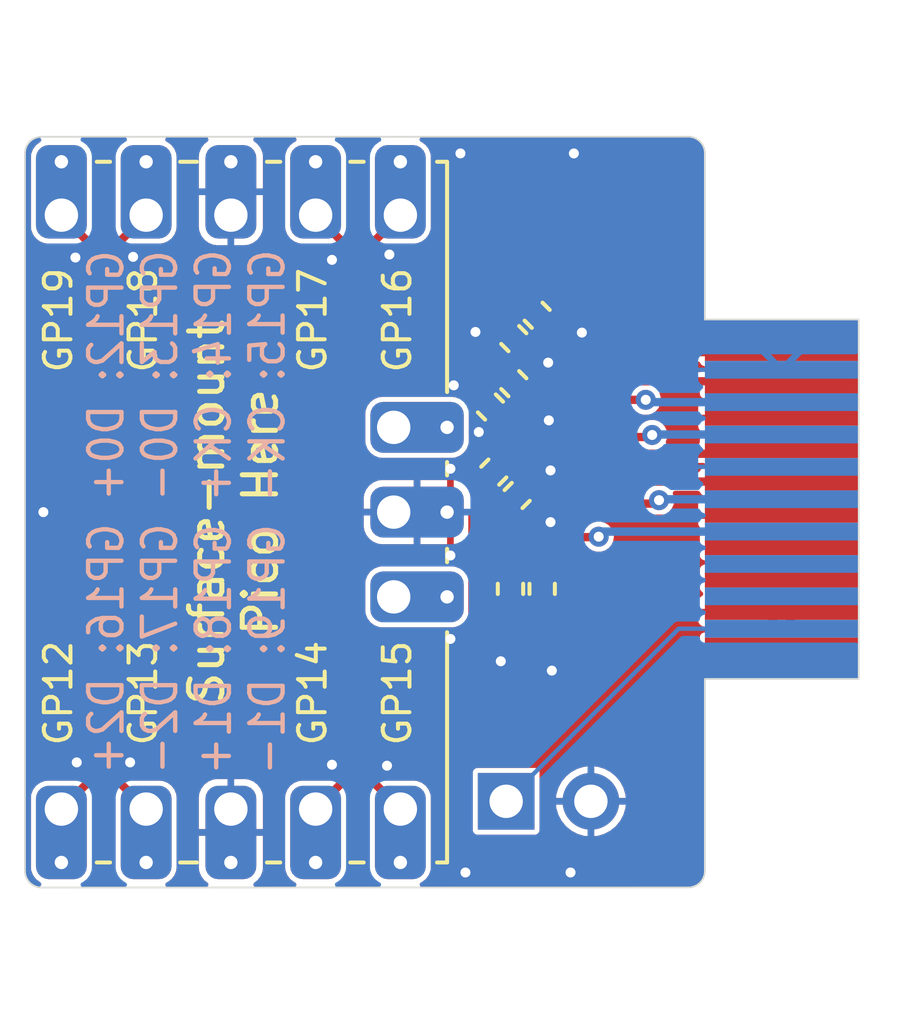
<source format=kicad_pcb>
(kicad_pcb (version 20221018) (generator pcbnew)
  (layers (0 "F.Cu" signal) (31 "B.Cu" signal) (34 "B.Paste" user) (35 "F.Paste" user) (36 "B.SilkS" user "B.Silkscreen") (37 "F.SilkS" user "F.Silkscreen") (38 "B.Mask" user) (39 "F.Mask" user) (44 "Edge.Cuts" user))
  (net 0 "")
  (net 1 "/PICO_CK-")
  (net 2 "/PICO_CK+")
  (net 3 "GND")
  (net 4 "/PICO_D0-")
  (net 5 "/PICO_D0+")
  (net 6 "/PICO_D1-")
  (net 7 "/PICO_D1+")
  (net 8 "/PICO_D2-")
  (net 9 "/PICO_D2+")
  (net 12 "/D2+")
  (net 13 "/D2-")
  (net 14 "/D1+")
  (net 15 "/D1-")
  (net 16 "/D0+")
  (net 17 "/D0-")
  (net 18 "/CK+")
  (net 19 "/CK-")
  (net 20 "+5V")
  (footprint "Resistor_SMD:R_0402_1005Metric" (layer "F.Cu") (at 156.4 79.8 -45)
    (fp_text reference "R2" hide)
    (fp_text value "270")
    (fp_line (start -0.153641 -0.38) (end 0.153641 -0.38) (stroke (width 0.12)) (layer "F.SilkS"))
    (fp_line (start -0.153641 0.38) (end 0.153641 0.38) (stroke (width 0.12)) (layer "F.SilkS"))
    (pad "1" smd roundrect (at -0.51 0 315) (size 0.54 0.64) (layers "F.Cu" "F.Paste" "F.Mask") (net 8 "/PICO_D2-"))
    (pad "2" smd roundrect (at 0.51 0 315) (size 0.54 0.64) (layers "F.Cu" "F.Paste" "F.Mask") (net 13 "/D2-"))
  )
  (footprint "dvi-sock:PinHeader_1x02_P2.54mm_Vertical_nosilk" (layer "F.Cu") (at 156.170212 93.667214 90)
    (fp_text reference "J5" hide)
    (fp_text value "2.54mm_2p_nofit")
    (pad "1" thru_hole rect (at 0 0 90) (size 1.7 1.7) (drill 1) (layers "*.Cu" "*.Mask") (net 20 "+5V"))
    (pad "2" thru_hole oval (at 0 2.54 90) (size 1.7 1.7) (drill 1) (layers "*.Cu" "*.Mask") (net 3 "GND"))
  )
  (footprint "hdmiFemale:hdmiFemale" (layer "F.Cu") (at 164.426455 79.229222 -90)
    (fp_text reference "U1" hide)
    (fp_text value "~")
    (pad "1 TMDS Channel 2+" smd rect (at 0.975 0 270) (size 0.53 4.6) (layers "F.Cu" "F.Paste" "F.Mask") (net 12 "/D2+"))
    (pad "2 TMDS Channel 2 GND" smd rect (at 1.505 0 270) (size 0.53 4.6) (layers "B.Cu" "B.Paste" "B.Mask") (net 3 "GND"))
    (pad "3 TMDS Channel 2-" smd rect (at 1.945 0 270) (size 0.53 4.6) (layers "F.Cu" "F.Paste" "F.Mask") (net 13 "/D2-"))
    (pad "4 TMDS Channel 1+" smd rect (at 2.475 0 270) (size 0.53 4.6) (layers "B.Cu" "B.Paste" "B.Mask") (net 14 "/D1+"))
    (pad "5 TMDS Channel 1 GND" smd rect (at 2.915 0 270) (size 0.53 4.6) (layers "F.Cu" "F.Paste" "F.Mask") (net 3 "GND"))
    (pad "6 TMDS Channel 1 -" smd rect (at 3.445 0 270) (size 0.53 4.6) (layers "B.Cu" "B.Paste" "B.Mask") (net 15 "/D1-"))
    (pad "7 TMDS Channel 0+" smd rect (at 3.885 0 270) (size 0.53 4.6) (layers "F.Cu" "F.Paste" "F.Mask") (net 16 "/D0+"))
    (pad "8 TMDS Channel 0 GND" smd rect (at 4.415 0 270) (size 0.53 4.6) (layers "B.Cu" "B.Paste" "B.Mask") (net 3 "GND"))
    (pad "9 TMDS Channel 0-" smd rect (at 4.855 0 270) (size 0.53 4.6) (layers "F.Cu" "F.Paste" "F.Mask") (net 17 "/D0-"))
    (pad "10 TMDS CLK+" smd rect (at 5.385 0 270) (size 0.53 4.6) (layers "B.Cu" "B.Paste" "B.Mask") (net 18 "/CK+"))
    (pad "11 TMDS CLK GND" smd rect (at 5.825 0 270) (size 0.53 4.6) (layers "F.Cu" "F.Paste" "F.Mask") (net 3 "GND"))
    (pad "12 TMDS CLK-" smd rect (at 6.355 0 270) (size 0.53 4.6) (layers "B.Cu" "B.Paste" "B.Mask") (net 19 "/CK-"))
    (pad "13 CEC" smd rect (at 6.795 0 270) (size 0.53 4.6) (layers "F.Cu" "F.Paste" "F.Mask"))
    (pad "14 HEAC-" smd rect (at 7.325 0 270) (size 0.53 4.6) (layers "B.Cu" "B.Paste" "B.Mask"))
    (pad "15 DDC" smd rect (at 7.765 0 270) (size 0.53 4.6) (layers "F.Cu" "F.Paste" "F.Mask"))
    (pad "16 DDC" smd rect (at 8.295 0 270) (size 0.53 4.6) (layers "B.Cu" "B.Paste" "B.Mask"))
    (pad "17 DDC/CEC GND" smd rect (at 8.735 0 270) (size 0.53 4.6) (layers "F.Cu" "F.Paste" "F.Mask") (net 3 "GND"))
    (pad "18 +5V PWR" smd rect (at 9.265 0 270) (size 0.53 4.6) (layers "B.Cu" "B.Paste" "B.Mask") (net 20 "+5V"))
    (pad "19 HEAC+" smd rect (at 9.795 0 270) (size 0.53 4.6) (layers "F.Cu" "F.Paste" "F.Mask"))
  )
  (footprint "dvi-sock:castellated_2.54mm_smd_x5" (layer "F.Cu") (at 147.92 93.9)
    (fp_text reference "J1" hide)
    (fp_text value "Conn_01x05")
    (pad "1" thru_hole roundrect (at -5.08 0) (size 1.524 2.8) (drill 1 (offset 0 0.7)) (layers "*.Cu" "*.Mask") (net 5 "/PICO_D0+"))
    (pad "1" thru_hole circle (at -5.08 1.6) (size 0.7 0.7) (drill 0.4) (layers "*.Cu" "*.Mask") (net 5 "/PICO_D0+"))
    (pad "2" thru_hole roundrect (at -2.54 0) (size 1.524 2.8) (drill 1 (offset 0 0.7)) (layers "*.Cu" "*.Mask") (net 4 "/PICO_D0-"))
    (pad "2" thru_hole circle (at -2.54 1.6) (size 0.7 0.7) (drill 0.4) (layers "*.Cu" "*.Mask") (net 4 "/PICO_D0-"))
    (pad "3" thru_hole roundrect (at 0 0) (size 1.524 2.8) (drill 1 (offset 0 0.7)) (layers "*.Cu" "*.Mask") (net 3 "GND"))
    (pad "3" thru_hole circle (at 0 1.6) (size 0.7 0.7) (drill 0.4) (layers "*.Cu" "*.Mask") (net 3 "GND"))
    (pad "4" thru_hole roundrect (at 2.54 0) (size 1.524 2.8) (drill 1 (offset 0 0.7)) (layers "*.Cu" "*.Mask") (net 2 "/PICO_CK+"))
    (pad "4" thru_hole circle (at 2.54 1.6) (size 0.7 0.7) (drill 0.4) (layers "*.Cu" "*.Mask") (net 2 "/PICO_CK+"))
    (pad "5" thru_hole roundrect (at 5.08 0) (size 1.524 2.8) (drill 1 (offset 0 0.7)) (layers "*.Cu" "*.Mask") (net 1 "/PICO_CK-"))
    (pad "5" thru_hole circle (at 5.08 1.6) (size 0.7 0.7) (drill 0.4) (layers "*.Cu" "*.Mask") (net 1 "/PICO_CK-"))
  )
  (footprint "Resistor_SMD:R_0402_1005Metric" (layer "F.Cu") (at 157.25 87.3 90)
    (fp_text reference "R8" hide)
    (fp_text value "270")
    (fp_line (start -0.153641 -0.38) (end 0.153641 -0.38) (stroke (width 0.12)) (layer "F.SilkS"))
    (fp_line (start -0.153641 0.38) (end 0.153641 0.38) (stroke (width 0.12)) (layer "F.SilkS"))
    (pad "1" smd roundrect (at -0.51 0 90) (size 0.54 0.64) (layers "F.Cu" "F.Paste" "F.Mask") (net 1 "/PICO_CK-"))
    (pad "2" smd roundrect (at 0.51 0 90) (size 0.54 0.64) (layers "F.Cu" "F.Paste" "F.Mask") (net 19 "/CK-"))
  )
  (footprint "Resistor_SMD:R_0402_1005Metric" (layer "F.Cu") (at 156.5 84.5 45)
    (fp_text reference "R6" hide)
    (fp_text value "270")
    (fp_line (start -0.153641 -0.38) (end 0.153641 -0.38) (stroke (width 0.12)) (layer "F.SilkS"))
    (fp_line (start -0.153641 0.38) (end 0.153641 0.38) (stroke (width 0.12)) (layer "F.SilkS"))
    (pad "1" smd roundrect (at -0.51 0 45) (size 0.54 0.64) (layers "F.Cu" "F.Paste" "F.Mask") (net 4 "/PICO_D0-"))
    (pad "2" smd roundrect (at 0.51 0 45) (size 0.54 0.64) (layers "F.Cu" "F.Paste" "F.Mask") (net 17 "/D0-"))
  )
  (footprint "Resistor_SMD:R_0402_1005Metric" (layer "F.Cu") (at 157.1 79.1 -45)
    (fp_text reference "R1" hide)
    (fp_text value "270")
    (fp_line (start -0.153641 -0.38) (end 0.153641 -0.38) (stroke (width 0.12)) (layer "F.SilkS"))
    (fp_line (start -0.153641 0.38) (end 0.153641 0.38) (stroke (width 0.12)) (layer "F.SilkS"))
    (pad "1" smd roundrect (at -0.51 0 315) (size 0.54 0.64) (layers "F.Cu" "F.Paste" "F.Mask") (net 9 "/PICO_D2+"))
    (pad "2" smd roundrect (at 0.51 0 315) (size 0.54 0.64) (layers "F.Cu" "F.Paste" "F.Mask") (net 12 "/D2+"))
  )
  (footprint "Resistor_SMD:R_0402_1005Metric" (layer "F.Cu") (at 156.3 87.3 90)
    (fp_text reference "R7" hide)
    (fp_text value "270")
    (fp_line (start -0.153641 -0.38) (end 0.153641 -0.38) (stroke (width 0.12)) (layer "F.SilkS"))
    (fp_line (start -0.153641 0.38) (end 0.153641 0.38) (stroke (width 0.12)) (layer "F.SilkS"))
    (pad "1" smd roundrect (at -0.51 0 90) (size 0.54 0.64) (layers "F.Cu" "F.Paste" "F.Mask") (net 2 "/PICO_CK+"))
    (pad "2" smd roundrect (at 0.51 0 90) (size 0.54 0.64) (layers "F.Cu" "F.Paste" "F.Mask") (net 18 "/CK+"))
  )
  (footprint "Resistor_SMD:R_0402_1005Metric" (layer "F.Cu") (at 156.4 81.15 -45)
    (fp_text reference "R3" hide)
    (fp_text value "270")
    (fp_line (start -0.153641 -0.38) (end 0.153641 -0.38) (stroke (width 0.12)) (layer "F.SilkS"))
    (fp_line (start -0.153641 0.38) (end 0.153641 0.38) (stroke (width 0.12)) (layer "F.SilkS"))
    (pad "1" smd roundrect (at -0.51 0 315) (size 0.54 0.64) (layers "F.Cu" "F.Paste" "F.Mask") (net 7 "/PICO_D1+"))
    (pad "2" smd roundrect (at 0.51 0 315) (size 0.54 0.64) (layers "F.Cu" "F.Paste" "F.Mask") (net 14 "/D1+"))
  )
  (footprint "dvi-sock:castellated_2.54mm_smd_x5" (layer "F.Cu") (at 147.92 76.1 180)
    (fp_text reference "J2" hide)
    (fp_text value "Conn_01x05")
    (pad "1" thru_hole roundrect (at -5.08 0 180) (size 1.524 2.8) (drill 1 (offset 0 0.7)) (layers "*.Cu" "*.Mask") (net 9 "/PICO_D2+"))
    (pad "1" thru_hole circle (at -5.08 1.6 180) (size 0.7 0.7) (drill 0.4) (layers "*.Cu" "*.Mask") (net 9 "/PICO_D2+"))
    (pad "2" thru_hole roundrect (at -2.54 0 180) (size 1.524 2.8) (drill 1 (offset 0 0.7)) (layers "*.Cu" "*.Mask") (net 8 "/PICO_D2-"))
    (pad "2" thru_hole circle (at -2.54 1.6 180) (size 0.7 0.7) (drill 0.4) (layers "*.Cu" "*.Mask") (net 8 "/PICO_D2-"))
    (pad "3" thru_hole roundrect (at 0 0 180) (size 1.524 2.8) (drill 1 (offset 0 0.7)) (layers "*.Cu" "*.Mask") (net 3 "GND"))
    (pad "3" thru_hole circle (at 0 1.6 180) (size 0.7 0.7) (drill 0.4) (layers "*.Cu" "*.Mask") (net 3 "GND"))
    (pad "4" thru_hole roundrect (at 2.54 0 180) (size 1.524 2.8) (drill 1 (offset 0 0.7)) (layers "*.Cu" "*.Mask") (net 7 "/PICO_D1+"))
    (pad "4" thru_hole circle (at 2.54 1.6 180) (size 0.7 0.7) (drill 0.4) (layers "*.Cu" "*.Mask") (net 7 "/PICO_D1+"))
    (pad "5" thru_hole roundrect (at 5.08 0 180) (size 1.524 2.8) (drill 1 (offset 0 0.7)) (layers "*.Cu" "*.Mask") (net 6 "/PICO_D1-"))
    (pad "5" thru_hole circle (at 5.08 1.6 180) (size 0.7 0.7) (drill 0.4) (layers "*.Cu" "*.Mask") (net 6 "/PICO_D1-"))
  )
  (footprint "dvi-sock:castellated_2.54mm_smd_x3" (layer "F.Cu") (at 152.8 85 90)
    (fp_text reference "J3" hide)
    (fp_text value "Conn_01x03")
    (pad "1" thru_hole roundrect (at -2.54 0 90) (size 1.524 2.8) (drill 1 (offset 0 0.7)) (layers "*.Cu" "*.Mask"))
    (pad "1" thru_hole circle (at -2.54 1.6 90) (size 0.7 0.7) (drill 0.4) (layers "*.Cu" "*.Mask"))
    (pad "2" thru_hole roundrect (at 0 0 90) (size 1.524 2.8) (drill 1 (offset 0 0.7)) (layers "*.Cu" "*.Mask") (net 3 "GND"))
    (pad "2" thru_hole circle (at 0 1.6 90) (size 0.7 0.7) (drill 0.4) (layers "*.Cu" "*.Mask") (net 3 "GND"))
    (pad "3" thru_hole roundrect (at 2.54 0 90) (size 1.524 2.8) (drill 1 (offset 0 0.7)) (layers "*.Cu" "*.Mask"))
    (pad "3" thru_hole circle (at 2.54 1.6 90) (size 0.7 0.7) (drill 0.4) (layers "*.Cu" "*.Mask"))
  )
  (footprint "Resistor_SMD:R_0402_1005Metric" (layer "F.Cu") (at 155.8 83.8 45)
    (fp_text reference "R5" hide)
    (fp_text value "270")
    (fp_line (start -0.153641 -0.38) (end 0.153641 -0.38) (stroke (width 0.12)) (layer "F.SilkS"))
    (fp_line (start -0.153641 0.38) (end 0.153641 0.38) (stroke (width 0.12)) (layer "F.SilkS"))
    (pad "1" smd roundrect (at -0.51 0 45) (size 0.54 0.64) (layers "F.Cu" "F.Paste" "F.Mask") (net 5 "/PICO_D0+"))
    (pad "2" smd roundrect (at 0.51 0 45) (size 0.54 0.64) (layers "F.Cu" "F.Paste" "F.Mask") (net 16 "/D0+"))
  )
  (footprint "Resistor_SMD:R_0402_1005Metric" (layer "F.Cu") (at 155.7 81.85 -45)
    (fp_text reference "R4" hide)
    (fp_text value "270")
    (fp_line (start -0.153641 -0.38) (end 0.153641 -0.38) (stroke (width 0.12)) (layer "F.SilkS"))
    (fp_line (start -0.153641 0.38) (end 0.153641 0.38) (stroke (width 0.12)) (layer "F.SilkS"))
    (pad "1" smd roundrect (at -0.51 0 315) (size 0.54 0.64) (layers "F.Cu" "F.Paste" "F.Mask") (net 6 "/PICO_D1-"))
    (pad "2" smd roundrect (at 0.51 0 315) (size 0.54 0.64) (layers "F.Cu" "F.Paste" "F.Mask") (net 15 "/D1-"))
  )
  (gr_line (start 149 95.5) (end 149.4 95.5) (stroke (width 0.12)) (layer "F.SilkS"))
  (gr_line (start 154.4 74.5) (end 154.1 74.5) (stroke (width 0.12)) (layer "F.SilkS"))
  (gr_line (start 151.5 95.5) (end 151.9 95.5) (stroke (width 0.12)) (layer "F.SilkS"))
  (gr_line (start 154.4 81.4) (end 154.4 74.5) (stroke (width 0.12)) (layer "F.SilkS"))
  (gr_line (start 143.9 95.5) (end 144.3 95.5) (stroke (width 0.12)) (layer "F.SilkS"))
  (gr_line (start 144.3 74.5) (end 143.9 74.5) (stroke (width 0.12)) (layer "F.SilkS"))
  (gr_line (start 154.4 86.1) (end 154.4 86.5) (stroke (width 0.12)) (layer "F.SilkS"))
  (gr_line (start 151.9 74.5) (end 151.5 74.5) (stroke (width 0.12)) (layer "F.SilkS"))
  (gr_line (start 154.4 88.6) (end 154.4 95.5) (stroke (width 0.12)) (layer "F.SilkS"))
  (gr_line (start 146.9 74.5) (end 146.4 74.5) (stroke (width 0.12)) (layer "F.SilkS"))
  (gr_line (start 149.4 74.5) (end 149 74.5) (stroke (width 0.12)) (layer "F.SilkS"))
  (gr_line (start 154.4 83.5) (end 154.4 83.9) (stroke (width 0.12)) (layer "F.SilkS"))
  (gr_line (start 154.4 95.5) (end 154.1 95.5) (stroke (width 0.12)) (layer "F.SilkS"))
  (gr_line (start 146.4 95.5) (end 146.9 95.5) (stroke (width 0.12)) (layer "F.SilkS"))
  (gr_arc (start 142.25 96.25) (mid 141.896447 96.103553) (end 141.75 95.75) (stroke (width 0.05)) (layer "Edge.Cuts"))
  (gr_line (start 161.629358 96.246988) (end 142.25 96.25) (stroke (width 0.05)) (layer "Edge.Cuts"))
  (gr_line (start 162.126 89.9992) (end 162.126 95.75) (stroke (width 0.05)) (layer "Edge.Cuts"))
  (gr_line (start 142.25 73.75) (end 161.601 73.750001) (stroke (width 0.05)) (layer "Edge.Cuts"))
  (gr_arc (start 161.601 73.750001) (mid 161.970653 73.887063) (end 162.126 74.249412) (stroke (width 0.05)) (layer "Edge.Cuts"))
  (gr_line (start 162.126 79.2292) (end 166.7365 79.2292) (stroke (width 0.05)) (layer "Edge.Cuts"))
  (gr_arc (start 162.126 95.75) (mid 161.980659 96.101403) (end 161.629358 96.246988) (stroke (width 0.05)) (layer "Edge.Cuts"))
  (gr_line (start 141.75 95.75) (end 141.75 74.25) (stroke (width 0.05)) (layer "Edge.Cuts"))
  (gr_line (start 162.126 74.248588) (end 162.126 79.2292) (stroke (width 0.05)) (layer "Edge.Cuts"))
  (gr_line (start 166.7365 79.2292) (end 166.7365 89.9992) (stroke (width 0.05)) (layer "Edge.Cuts"))
  (gr_line (start 162.126 89.9992) (end 166.7365 89.9992) (stroke (width 0.05)) (layer "Edge.Cuts"))
  (gr_arc (start 141.75 74.25) (mid 141.896447 73.896447) (end 142.25 73.75) (stroke (width 0.05)) (layer "Edge.Cuts"))
  (gr_text "GP12: D0+ GP16: D2+\nGP13: D0- GP17: D2-\nGP14: CK+ GP18: D1+\nGP15: CK- GP19: D1-" (at 146.6 85 90) (layer "B.SilkS") (effects (font (size 1 0.9) (thickness 0.13)) (justify mirror)))
  (gr_text "GP17" (at 150.368 79.248 90) (layer "F.SilkS") (effects (font (size 0.8 0.8) (thickness 0.12))))
  (gr_text "GP16" (at 152.908 79.248 90) (layer "F.SilkS") (effects (font (size 0.8 0.8) (thickness 0.12))))
  (gr_text "GP19" (at 142.748 79.248 90) (layer "F.SilkS") (effects (font (size 0.8 0.8) (thickness 0.12))))
  (gr_text "GP15" (at 152.908 90.424 90) (layer "F.SilkS") (effects (font (size 0.8 0.8) (thickness 0.12))))
  (gr_text "Surface-mount\nPico Here" (at 148 85 90) (layer "F.SilkS") (effects (font (size 1 1))))
  (gr_text "GP13" (at 145.288 90.424 90) (layer "F.SilkS") (effects (font (size 0.8 0.8) (thickness 0.12))))
  (gr_text "GP14" (at 150.368 90.424 90) (layer "F.SilkS") (effects (font (size 0.8 0.8) (thickness 0.12))))
  (gr_text "GP12" (at 142.748 90.424 90) (layer "F.SilkS") (effects (font (size 0.8 0.8) (thickness 0.12))))
  (gr_text "GP18" (at 145.288 79.248 90) (layer "F.SilkS") (effects (font (size 0.8 0.8) (thickness 0.12))))
  (segment (start 153 93.9) (end 151.92 92.82) (width 0.25) (layer "F.Cu") (net 1))
  (segment (start 151.92 92.348702) (end 152.378702 91.89) (width 0.25) (layer "F.Cu") (net 1))
  (segment (start 151.92 92.82) (end 151.92 92.348702) (width 0.25) (layer "F.Cu") (net 1))
  (segment (start 155.178702 91.89) (end 156.965 90.103702) (width 0.25) (layer "F.Cu") (net 1))
  (segment (start 156.965 90.103702) (end 156.965 88.095) (width 0.25) (layer "F.Cu") (net 1))
  (segment (start 153 93.9) (end 153.168702 93.9) (width 0.25) (layer "F.Cu") (net 1))
  (segment (start 152.378702 91.89) (end 155.178702 91.89) (width 0.25) (layer "F.Cu") (net 1))
  (segment (start 156.965 88.095) (end 157.25 87.81) (width 0.25) (layer "F.Cu") (net 1))
  (segment (start 150.46 93.9) (end 151.54 92.82) (width 0.25) (layer "F.Cu") (net 2))
  (segment (start 155.021298 91.51) (end 156.585 89.946298) (width 0.25) (layer "F.Cu") (net 2))
  (segment (start 151.54 92.191298) (end 152.221298 91.51) (width 0.25) (layer "F.Cu") (net 2))
  (segment (start 156.585 89.946298) (end 156.585 88.095) (width 0.25) (layer "F.Cu") (net 2))
  (segment (start 151.54 92.82) (end 151.54 92.191298) (width 0.25) (layer "F.Cu") (net 2))
  (segment (start 156.585 88.095) (end 156.3 87.81) (width 0.25) (layer "F.Cu") (net 2))
  (segment (start 152.221298 91.51) (end 155.021298 91.51) (width 0.25) (layer "F.Cu") (net 2))
  (segment (start 154.4 85) (end 154.5 85.1) (width 0.13) (layer "F.Cu") (net 3))
  (segment (start 159.325778 87.964222) (end 157.54 89.75) (width 0.13) (layer "F.Cu") (net 3))
  (segment (start 164.426455 87.964222) (end 159.325778 87.964222) (width 0.13) (layer "F.Cu") (net 3))
  (segment (start 154.4 85) (end 154.5 84.9) (width 0.13) (layer "F.Cu") (net 3))
  (segment (start 157.662939 85.137061) (end 157.5 85.3) (width 0.13) (layer "F.Cu") (net 3))
  (segment (start 147.92 76.1) (end 147.92 77.18) (width 0.13) (layer "F.Cu") (net 3))
  (segment (start 147.92 93.9) (end 147.92 92.87) (width 0.13) (layer "F.Cu") (net 3))
  (segment (start 157.555778 82.144222) (end 157.45 82.25) (width 0.13) (layer "F.Cu") (net 3))
  (segment (start 154.5 85.1) (end 154.5 86.3) (width 0.2) (layer "F.Cu") (net 3))
  (segment (start 164.426455 82.144222) (end 157.555778 82.144222) (width 0.13) (layer "F.Cu") (net 3))
  (segment (start 154.5 84.9) (end 154.5 83.7) (width 0.2) (layer "F.Cu") (net 3))
  (segment (start 164.426455 85.054222) (end 164.343616 85.137061) (width 0.13) (layer "F.Cu") (net 3))
  (segment (start 164.343616 85.137061) (end 157.662939 85.137061) (width 0.13) (layer "F.Cu") (net 3))
  (via (at 155.35 82.6) (size 0.6) (drill 0.3) (layers "F.Cu" "B.Cu") (net 3))
  (via (at 143.26 77.37) (size 0.6) (drill 0.3) (layers "F.Cu" "B.Cu") (net 3))
  (via (at 156.01 89.47) (size 0.6) (drill 0.3) (layers "F.Cu" "B.Cu") (net 3))
  (via (at 158.44 79.62) (size 0.6) (drill 0.3) (layers "F.Cu" "B.Cu") (net 3))
  (via (at 154.5 86.3) (size 0.6) (drill 0.3) (layers "F.Cu" "B.Cu") (net 3))
  (via (at 150.95 92.57) (size 0.6) (drill 0.3) (layers "F.Cu" "B.Cu") (net 3))
  (via (at 157.43 80.52) (size 0.6) (drill 0.3) (layers "F.Cu" "B.Cu") (net 3))
  (via (at 157.54 89.75) (size 0.6) (drill 0.3) (layers "F.Cu" "B.Cu") (net 3))
  (via (at 157.45 82.25) (size 0.6) (drill 0.3) (layers "F.Cu" "B.Cu") (net 3))
  (via (at 154.8 74.25) (size 0.6) (drill 0.3) (layers "F.Cu" "B.Cu") (net 3))
  (via (at 152.6 92.6) (size 0.6) (drill 0.3) (layers "F.Cu" "B.Cu") (net 3))
  (via (at 157.5 83.75) (size 0.6) (drill 0.3) (layers "F.Cu" "B.Cu") (net 3))
  (via (at 154.6 81.2) (size 0.6) (drill 0.3) (layers "F.Cu" "B.Cu") (net 3))
  (via (at 143.3 92.5) (size 0.6) (drill 0.3) (layers "F.Cu" "B.Cu") (net 3))
  (via (at 142.3 85) (size 0.6) (drill 0.3) (layers "F.Cu" "B.Cu") (net 3))
  (via (at 154.95 95.8) (size 0.6) (drill 0.3) (layers "F.Cu" "B.Cu") (net 3))
  (via (at 144.9 92.5) (size 0.6) (drill 0.3) (layers "F.Cu" "B.Cu") (net 3))
  (via (at 152.67 77.28) (size 0.6) (drill 0.3) (layers "F.Cu" "B.Cu") (net 3))
  (via (at 155.25 79.6) (size 0.6) (drill 0.3) (layers "F.Cu" "B.Cu") (net 3))
  (via (at 158.2 74.25) (size 0.6) (drill 0.3) (layers "F.Cu" "B.Cu") (net 3))
  (via (at 154.5 83.7) (size 0.6) (drill 0.3) (layers "F.Cu" "B.Cu") (net 3))
  (via (at 157.5 85.3) (size 0.6) (drill 0.3) (layers "F.Cu" "B.Cu") (net 3))
  (via (at 154.5 88.8) (size 0.6) (drill 0.3) (layers "F.Cu" "B.Cu") (net 3))
  (via (at 158.1 95.8) (size 0.6) (drill 0.3) (layers "F.Cu" "B.Cu") (net 3))
  (via (at 144.99 77.35) (size 0.6) (drill 0.3) (layers "F.Cu" "B.Cu") (net 3))
  (via (at 150.95 77.44) (size 0.6) (drill 0.3) (layers "F.Cu" "B.Cu") (net 3))
  (segment (start 164.426455 83.644222) (end 157.605778 83.644222) (width 0.13) (layer "B.Cu") (net 3))
  (segment (start 157.605778 83.644222) (end 157.5 83.75) (width 0.13) (layer "B.Cu") (net 3))
  (segment (start 157.644222 80.734222) (end 157.43 80.52) (width 0.13) (layer "B.Cu") (net 3))
  (segment (start 164.426455 80.734222) (end 157.644222 80.734222) (width 0.13) (layer "B.Cu") (net 3))
  (segment (start 155.54 89.128702) (end 155.54 85.21) (width 0.25) (layer "F.Cu") (net 4))
  (segment (start 154.178702 90.49) (end 155.54 89.128702) (width 0.25) (layer "F.Cu") (net 4))
  (segment (start 155.889376 84.860624) (end 156.139376 84.860624) (width 0.25) (layer "F.Cu") (net 4))
  (segment (start 144.3 92.068702) (end 145.878702 90.49) (width 0.25) (layer "F.Cu") (net 4))
  (segment (start 145.878702 90.49) (end 154.178702 90.49) (width 0.25) (layer "F.Cu") (net 4))
  (segment (start 145.38 93.9) (end 144.3 92.82) (width 0.25) (layer "F.Cu") (net 4))
  (segment (start 144.3 92.82) (end 144.3 92.068702) (width 0.25) (layer "F.Cu") (net 4))
  (segment (start 155.54 85.21) (end 155.889376 84.860624) (width 0.25) (layer "F.Cu") (net 4))
  (segment (start 143.92 92.82) (end 143.92 91.911298) (width 0.25) (layer "F.Cu") (net 5))
  (segment (start 155.5 84.71257) (end 155.5 84.221248) (width 0.25) (layer "F.Cu") (net 5))
  (segment (start 155.5 84.221248) (end 155.439376 84.160624) (width 0.25) (layer "F.Cu") (net 5))
  (segment (start 155.15998 88.971318) (end 155.15998 85.05259) (width 0.25) (layer "F.Cu") (net 5))
  (segment (start 143.92 91.911298) (end 145.721298 90.11) (width 0.25) (layer "F.Cu") (net 5))
  (segment (start 145.721298 90.11) (end 154.021298 90.11) (width 0.25) (layer "F.Cu") (net 5))
  (segment (start 142.84 93.9) (end 143.92 92.82) (width 0.25) (layer "F.Cu") (net 5))
  (segment (start 155.15998 85.05259) (end 155.5 84.71257) (width 0.25) (layer "F.Cu") (net 5))
  (segment (start 154.021298 90.11) (end 155.15998 88.971318) (width 0.25) (layer "F.Cu") (net 5))
  (segment (start 142.84 76.1) (end 143.92 77.18) (width 0.25) (layer "F.Cu") (net 6))
  (segment (start 143.92 77.688702) (end 146.571298 80.34) (width 0.25) (layer "F.Cu") (net 6))
  (segment (start 154.621299 80.34) (end 155.339376 81.058077) (width 0.25) (layer "F.Cu") (net 6))
  (segment (start 146.571298 80.34) (end 154.621299 80.34) (width 0.25) (layer "F.Cu") (net 6))
  (segment (start 143.92 77.18) (end 143.92 77.688702) (width 0.25) (layer "F.Cu") (net 6))
  (segment (start 155.339376 81.058077) (end 155.339376 81.489376) (width 0.25) (layer "F.Cu") (net 6))
  (segment (start 155.608077 80.789376) (end 156.039376 80.789376) (width 0.25) (layer "F.Cu") (net 7))
  (segment (start 154.778701 79.96) (end 155.608077 80.789376) (width 0.25) (layer "F.Cu") (net 7))
  (segment (start 144.3 77.531298) (end 146.728702 79.96) (width 0.25) (layer "F.Cu") (net 7))
  (segment (start 144.3 77.18) (end 144.3 77.531298) (width 0.25) (layer "F.Cu") (net 7))
  (segment (start 146.728702 79.96) (end 154.778701 79.96) (width 0.25) (layer "F.Cu") (net 7))
  (segment (start 145.38 76.1) (end 144.3 77.18) (width 0.25) (layer "F.Cu") (net 7))
  (segment (start 156.039376 79.008077) (end 156.039376 79.439376) (width 0.25) (layer "F.Cu") (net 8))
  (segment (start 155.821299 78.79) (end 156.039376 79.008077) (width 0.25) (layer "F.Cu") (net 8))
  (segment (start 151.54 77.18) (end 151.54 77.558702) (width 0.25) (layer "F.Cu") (net 8))
  (segment (start 150.46 76.1) (end 151.54 77.18) (width 0.25) (layer "F.Cu") (net 8))
  (segment (start 151.54 77.558702) (end 152.771298 78.79) (width 0.25) (layer "F.Cu") (net 8))
  (segment (start 152.771298 78.79) (end 155.821299 78.79) (width 0.25) (layer "F.Cu") (net 8))
  (segment (start 151.92 77.18) (end 151.92 77.401298) (width 0.25) (layer "F.Cu") (net 9))
  (segment (start 151.92 77.401298) (end 152.928702 78.41) (width 0.25) (layer "F.Cu") (net 9))
  (segment (start 156.308077 78.739376) (end 156.739376 78.739376) (width 0.25) (layer "F.Cu") (net 9))
  (segment (start 152.928702 78.41) (end 155.978701 78.41) (width 0.25) (layer "F.Cu") (net 9))
  (segment (start 153 76.1) (end 151.92 77.18) (width 0.25) (layer "F.Cu") (net 9))
  (segment (start 155.978701 78.41) (end 156.308077 78.739376) (width 0.25) (layer "F.Cu") (net 9))
  (segment (start 158.845778 80.204222) (end 158.8 80.25) (width 0.25) (layer "F.Cu") (net 12))
  (segment (start 157.460624 79.689207) (end 158.021417 80.25) (width 0.25) (layer "F.Cu") (net 12))
  (segment (start 164.426455 80.204222) (end 158.845778 80.204222) (width 0.25) (layer "F.Cu") (net 12))
  (segment (start 157.460624 79.460624) (end 157.460624 79.689207) (width 0.25) (layer "F.Cu") (net 12))
  (segment (start 158.021417 80.25) (end 158.8 80.25) (width 0.25) (layer "F.Cu") (net 12))
  (segment (start 156.760624 80.160624) (end 156.967959 80.160624) (width 0.25) (layer "F.Cu") (net 13))
  (segment (start 156.874989 80.786406) (end 157.163594 81.075011) (width 0.25) (layer "F.Cu") (net 13))
  (segment (start 157.605011 81.075011) (end 157.78 81.25) (width 0.25) (layer "F.Cu") (net 13))
  (segment (start 164.331359 81.079126) (end 164.426455 81.174222) (width 0.25) (layer "F.Cu") (net 13))
  (segment (start 156.967959 80.160624) (end 156.874989 80.253594) (width 0.25) (layer "F.Cu") (net 13))
  (segment (start 158.8 81.25) (end 158.970874 81.079126) (width 0.25) (layer "F.Cu") (net 13))
  (segment (start 156.874989 80.253594) (end 156.874989 80.786406) (width 0.25) (layer "F.Cu") (net 13))
  (segment (start 158.970874 81.079126) (end 164.331359 81.079126) (width 0.25) (layer "F.Cu") (net 13))
  (segment (start 157.163594 81.075011) (end 157.605011 81.075011) (width 0.25) (layer "F.Cu") (net 13))
  (segment (start 157.78 81.25) (end 158.8 81.25) (width 0.25) (layer "F.Cu") (net 13))
  (segment (start 156.760624 81.510624) (end 156.944989 81.694989) (width 0.25) (layer "F.Cu") (net 14))
  (segment (start 158.915874 81.634126) (end 158.8 81.75) (width 0.25) (layer "F.Cu") (net 14))
  (segment (start 157.716406 81.694989) (end 157.771417 81.75) (width 0.25) (layer "F.Cu") (net 14))
  (segment (start 160.354214 81.634126) (end 158.915874 81.634126) (width 0.25) (layer "F.Cu") (net 14))
  (segment (start 156.944989 81.694989) (end 157.716406 81.694989) (width 0.25) (layer "F.Cu") (net 14))
  (segment (start 157.771417 81.75) (end 158.8 81.75) (width 0.25) (layer "F.Cu") (net 14))
  (via (at 160.354214 81.634126) (size 0.6) (drill 0.3) (layers "F.Cu" "B.Cu") (net 14))
  (segment (start 160.374126 81.704222) (end 160.444222 81.704222) (width 0.25) (layer "B.Cu") (net 14))
  (segment (start 164.426455 81.704222) (end 160.514318 81.704222) (width 0.25) (layer "B.Cu") (net 14))
  (segment (start 160.354214 81.634126) (end 160.374126 81.704222) (width 0.25) (layer "B.Cu") (net 14))
  (segment (start 160.514318 81.704222) (end 160.354214 81.634126) (width 0.25) (layer "B.Cu") (net 14))
  (segment (start 160.547031 82.688189) (end 160.48522 82.75) (width 0.25) (layer "F.Cu") (net 15))
  (segment (start 160.48522 82.75) (end 157.771417 82.75) (width 0.25) (layer "F.Cu") (net 15))
  (segment (start 157.08631 82.805011) (end 156.491923 82.210624) (width 0.25) (layer "F.Cu") (net 15))
  (segment (start 157.771417 82.75) (end 157.716406 82.805011) (width 0.25) (layer "F.Cu") (net 15))
  (segment (start 156.491923 82.210624) (end 156.060624 82.210624) (width 0.25) (layer "F.Cu") (net 15))
  (segment (start 157.716406 82.805011) (end 157.08631 82.805011) (width 0.25) (layer "F.Cu") (net 15))
  (via (at 160.547031 82.688189) (size 0.6) (drill 0.3) (layers "F.Cu" "B.Cu") (net 15))
  (segment (start 160.656033 82.674222) (end 160.67 82.674222) (width 0.25) (layer "B.Cu") (net 15))
  (segment (start 160.683967 82.674222) (end 160.547031 82.688189) (width 0.25) (layer "B.Cu") (net 15))
  (segment (start 164.426455 82.674222) (end 160.683967 82.674222) (width 0.25) (layer "B.Cu") (net 15))
  (segment (start 160.547031 82.688189) (end 160.656033 82.674222) (width 0.25) (layer "B.Cu") (net 15))
  (segment (start 156.960624 83.439376) (end 157.205011 83.194989) (width 0.25) (layer "F.Cu") (net 16))
  (segment (start 157.705011 83.194989) (end 157.760022 83.25) (width 0.25) (layer "F.Cu") (net 16))
  (segment (start 156.160624 83.439376) (end 156.960624 83.439376) (width 0.25) (layer "F.Cu") (net 16))
  (segment (start 157.205011 83.194989) (end 157.705011 83.194989) (width 0.25) (layer "F.Cu") (net 16))
  (segment (start 157.760022 83.25) (end 164.290677 83.25) (width 0.25) (layer "F.Cu") (net 16))
  (segment (start 164.290677 83.25) (end 164.426455 83.114222) (width 0.25) (layer "F.Cu") (net 16))
  (segment (start 157.771417 84.25) (end 158.8 84.25) (width 0.25) (layer "F.Cu") (net 17))
  (segment (start 158.965778 84.084222) (end 164.426455 84.084222) (width 0.25) (layer "F.Cu") (net 17))
  (segment (start 157.716406 84.305011) (end 157.771417 84.25) (width 0.25) (layer "F.Cu") (net 17))
  (segment (start 158.8 84.25) (end 158.965778 84.084222) (width 0.25) (layer "F.Cu") (net 17))
  (segment (start 156.860624 84.139376) (end 157.017959 84.139376) (width 0.25) (layer "F.Cu") (net 17))
  (segment (start 157.183594 84.305011) (end 157.716406 84.305011) (width 0.25) (layer "F.Cu") (net 17))
  (segment (start 157.017959 84.139376) (end 157.183594 84.305011) (width 0.25) (layer "F.Cu") (net 17))
  (segment (start 160.649764 84.744999) (end 157.233599 84.744999) (width 0.25) (layer "F.Cu") (net 18))
  (segment (start 156.939299 85.039299) (end 156.939299 85.660701) (width 0.25) (layer "F.Cu") (net 18))
  (segment (start 156.3 86.79) (end 156.6 86.49) (width 0.25) (layer "F.Cu") (net 18))
  (segment (start 160.752702 84.642061) (end 160.649764 84.744999) (width 0.25) (layer "F.Cu") (net 18))
  (segment (start 156.939299 85.660701) (end 156.6 86) (width 0.25) (layer "F.Cu") (net 18))
  (segment (start 156.939299 85.039299) (end 157.233599 84.744999) (width 0.25) (layer "F.Cu") (net 18))
  (segment (start 156.6 86.49) (end 156.6 86) (width 0.25) (layer "F.Cu") (net 18))
  (via (at 160.752702 84.642061) (size 0.6) (drill 0.3) (layers "F.Cu" "B.Cu") (net 18))
  (segment (start 160.842061 84.614222) (end 160.752702 84.642061) (width 0.25) (layer "B.Cu") (net 18))
  (segment (start 164.426455 84.614222) (end 160.842061 84.614222) (width 0.25) (layer "B.Cu") (net 18))
  (segment (start 160.786383 84.614222) (end 160.814222 84.614222) (width 0.25) (layer "B.Cu") (net 18))
  (segment (start 160.752702 84.642061) (end 160.786383 84.614222) (width 0.25) (layer "B.Cu") (net 18))
  (segment (start 157.25 86.79) (end 157 86.54) (width 0.25) (layer "F.Cu") (net 19))
  (segment (start 157.871402 85.75) (end 158.8 85.75) (width 0.25) (layer "F.Cu") (net 19))
  (segment (start 157.766401 85.855001) (end 157.871402 85.75) (width 0.25) (layer "F.Cu") (net 19))
  (segment (start 157 86.54) (end 157 86.2) (width 0.25) (layer "F.Cu") (net 19))
  (segment (start 157 86.2) (end 157.344999 85.855001) (width 0.25) (layer "F.Cu") (net 19))
  (segment (start 157.344999 85.855001) (end 157.766401 85.855001) (width 0.25) (layer "F.Cu") (net 19))
  (via (at 158.943771 85.736178) (size 0.6) (drill 0.3) (layers "F.Cu" "B.Cu") (net 19))
  (segment (start 159.095727 85.584222) (end 158.943771 85.736178) (width 0.25) (layer "B.Cu") (net 19))
  (segment (start 164.426455 85.584222) (end 159.095727 85.584222) (width 0.25) (layer "B.Cu") (net 19))
  (segment (start 164.426455 88.494222) (end 161.343204 88.494222) (width 0.13) (layer "B.Cu") (net 20))
  (segment (start 161.343204 88.494222) (end 156.170212 93.667214) (width 0.13) (layer "B.Cu") (net 20))
  (zone (net 0) (net_name "") (layer "F.Cu") (connect_pads (clearance 0)) (min_thickness 0.254)
    (keepout (tracks allowed) (vias allowed) (pads allowed) (copperpour not_allowed) (footprints allowed))
    (fill (thermal_gap 0.508) (thermal_bridge_width 0.508))
    (polygon (pts (xy 156.7 81) (xy 155.5 82.2) (xy 155.3 82) (xy 156.5 80.8)))
  )
  (zone (net 0) (net_name "") (layer "F.Cu") (connect_pads (clearance 0)) (min_thickness 0.254)
    (keepout (tracks allowed) (vias allowed) (pads allowed) (copperpour not_allowed) (footprints allowed))
    (fill (thermal_gap 0.508) (thermal_bridge_width 0.508))
    (polygon (pts (xy 156.4 83.1) (xy 156.1 83.1) (xy 156.1 82.6) (xy 156.4 82.6)))
  )
  (zone (net 0) (net_name "") (layer "F.Cu") (connect_pads (clearance 0)) (min_thickness 0.254)
    (keepout (tracks allowed) (vias allowed) (pads allowed) (copperpour not_allowed) (footprints allowed))
    (fill (thermal_gap 0.508) (thermal_bridge_width 0.508))
    (polygon (pts (xy 156.8 84.6) (xy 156.6 84.8) (xy 155.4 83.6) (xy 155.6 83.4)))
  )
  (zone (net 3) (net_name "GND") (layers "F&B.Cu") (connect_pads (clearance 0.15)) (min_thickness 0.15) (fill yes (thermal_gap 0.2) (thermal_bridge_width 0.2))
    (polygon (pts (xy 168 97) (xy 141 97) (xy 141 73) (xy 168 73)))
  )
)
</source>
